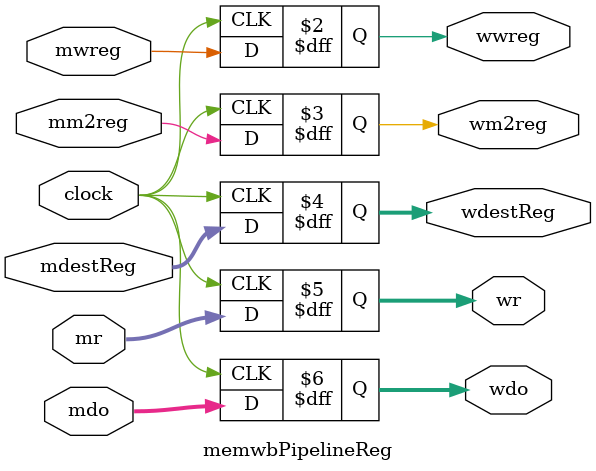
<source format=v>
`timescale 1ns / 1ps


module memwbPipelineReg(
    input mwreg,
    input mm2reg,
    input [4:0] mdestReg,
    input [31:0] mr,
    input [31:0] mdo,
    input clock,
    output reg wwreg,
    output reg wm2reg,
    output reg [4:0] wdestReg,
    output reg [31:0] wr,
    output reg [31:0] wdo
    );
    
    always @(posedge clock) begin
        wwreg = mwreg;
        wm2reg = mm2reg;
        wdestReg <= mdestReg;
        wr = mr;
        wdo = mdo;
    end
endmodule

</source>
